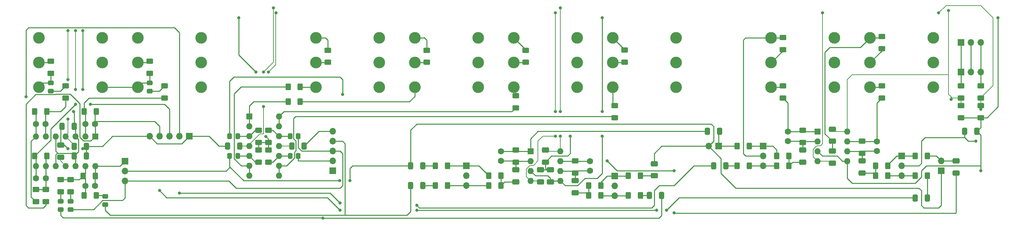
<source format=gbr>
%TF.GenerationSoftware,KiCad,Pcbnew,(6.0.10)*%
%TF.CreationDate,2023-04-08T13:18:27+03:00*%
%TF.ProjectId,DelSol_Mixer,44656c53-6f6c-45f4-9d69-7865722e6b69,rev?*%
%TF.SameCoordinates,Original*%
%TF.FileFunction,Copper,L2,Bot*%
%TF.FilePolarity,Positive*%
%FSLAX46Y46*%
G04 Gerber Fmt 4.6, Leading zero omitted, Abs format (unit mm)*
G04 Created by KiCad (PCBNEW (6.0.10)) date 2023-04-08 13:18:27*
%MOMM*%
%LPD*%
G01*
G04 APERTURE LIST*
G04 Aperture macros list*
%AMRoundRect*
0 Rectangle with rounded corners*
0 $1 Rounding radius*
0 $2 $3 $4 $5 $6 $7 $8 $9 X,Y pos of 4 corners*
0 Add a 4 corners polygon primitive as box body*
4,1,4,$2,$3,$4,$5,$6,$7,$8,$9,$2,$3,0*
0 Add four circle primitives for the rounded corners*
1,1,$1+$1,$2,$3*
1,1,$1+$1,$4,$5*
1,1,$1+$1,$6,$7*
1,1,$1+$1,$8,$9*
0 Add four rect primitives between the rounded corners*
20,1,$1+$1,$2,$3,$4,$5,0*
20,1,$1+$1,$4,$5,$6,$7,0*
20,1,$1+$1,$6,$7,$8,$9,0*
20,1,$1+$1,$8,$9,$2,$3,0*%
G04 Aperture macros list end*
%TA.AperFunction,ComponentPad*%
%ADD10R,1.700000X1.700000*%
%TD*%
%TA.AperFunction,ComponentPad*%
%ADD11O,1.700000X1.700000*%
%TD*%
%TA.AperFunction,ComponentPad*%
%ADD12C,3.000000*%
%TD*%
%TA.AperFunction,ComponentPad*%
%ADD13C,1.600000*%
%TD*%
%TA.AperFunction,ComponentPad*%
%ADD14R,1.600000X1.600000*%
%TD*%
%TA.AperFunction,ComponentPad*%
%ADD15O,1.600000X1.600000*%
%TD*%
%TA.AperFunction,SMDPad,CuDef*%
%ADD16RoundRect,0.250000X0.625000X-0.400000X0.625000X0.400000X-0.625000X0.400000X-0.625000X-0.400000X0*%
%TD*%
%TA.AperFunction,SMDPad,CuDef*%
%ADD17RoundRect,0.250000X-0.625000X0.400000X-0.625000X-0.400000X0.625000X-0.400000X0.625000X0.400000X0*%
%TD*%
%TA.AperFunction,SMDPad,CuDef*%
%ADD18RoundRect,0.250000X-0.412500X-0.650000X0.412500X-0.650000X0.412500X0.650000X-0.412500X0.650000X0*%
%TD*%
%TA.AperFunction,SMDPad,CuDef*%
%ADD19RoundRect,0.250000X0.475000X-0.337500X0.475000X0.337500X-0.475000X0.337500X-0.475000X-0.337500X0*%
%TD*%
%TA.AperFunction,SMDPad,CuDef*%
%ADD20RoundRect,0.250000X-0.400000X-0.625000X0.400000X-0.625000X0.400000X0.625000X-0.400000X0.625000X0*%
%TD*%
%TA.AperFunction,SMDPad,CuDef*%
%ADD21RoundRect,0.250000X-0.337500X-0.475000X0.337500X-0.475000X0.337500X0.475000X-0.337500X0.475000X0*%
%TD*%
%TA.AperFunction,SMDPad,CuDef*%
%ADD22RoundRect,0.250000X0.400000X0.625000X-0.400000X0.625000X-0.400000X-0.625000X0.400000X-0.625000X0*%
%TD*%
%TA.AperFunction,SMDPad,CuDef*%
%ADD23RoundRect,0.250000X-0.650000X0.412500X-0.650000X-0.412500X0.650000X-0.412500X0.650000X0.412500X0*%
%TD*%
%TA.AperFunction,SMDPad,CuDef*%
%ADD24RoundRect,0.250000X0.650000X-0.412500X0.650000X0.412500X-0.650000X0.412500X-0.650000X-0.412500X0*%
%TD*%
%TA.AperFunction,SMDPad,CuDef*%
%ADD25RoundRect,0.250000X0.337500X0.475000X-0.337500X0.475000X-0.337500X-0.475000X0.337500X-0.475000X0*%
%TD*%
%TA.AperFunction,SMDPad,CuDef*%
%ADD26RoundRect,0.250000X0.412500X0.650000X-0.412500X0.650000X-0.412500X-0.650000X0.412500X-0.650000X0*%
%TD*%
%TA.AperFunction,ViaPad*%
%ADD27C,0.800000*%
%TD*%
%TA.AperFunction,Conductor*%
%ADD28C,0.250000*%
%TD*%
%TA.AperFunction,Conductor*%
%ADD29C,0.200000*%
%TD*%
G04 APERTURE END LIST*
D10*
X238760000Y-52070000D03*
D11*
X238760000Y-54610000D03*
X238760000Y-57150000D03*
D12*
X88405000Y-28025000D03*
X104635000Y-28025000D03*
X88405000Y-21675000D03*
X104635000Y-21675000D03*
X88405000Y-34375000D03*
X104635000Y-34375000D03*
D10*
X127000000Y-54610000D03*
D11*
X127000000Y-57150000D03*
X127000000Y-59690000D03*
D10*
X254000000Y-22860000D03*
D11*
X256540000Y-22860000D03*
X259080000Y-22860000D03*
D12*
X230645000Y-28025000D03*
X246875000Y-28025000D03*
X230645000Y-21675000D03*
X246875000Y-21675000D03*
X230645000Y-34375000D03*
X246875000Y-34375000D03*
X139205000Y-28025000D03*
X155435000Y-28025000D03*
X139205000Y-21675000D03*
X155435000Y-21675000D03*
X139205000Y-34375000D03*
X155435000Y-34375000D03*
D13*
X135890000Y-53340000D03*
X135890000Y-50840000D03*
D12*
X205245000Y-28025000D03*
X221475000Y-28025000D03*
X205245000Y-21675000D03*
X221475000Y-21675000D03*
X205245000Y-34375000D03*
X221475000Y-34375000D03*
D10*
X55875000Y-46990000D03*
D11*
X53335000Y-46990000D03*
X50795000Y-46990000D03*
X48255000Y-46990000D03*
X45715000Y-46990000D03*
D13*
X209550000Y-48260000D03*
X209550000Y-45760000D03*
D12*
X17285000Y-28025000D03*
X33515000Y-28025000D03*
X17285000Y-21675000D03*
X33515000Y-21675000D03*
X17285000Y-34375000D03*
X33515000Y-34375000D03*
D13*
X29210000Y-43815000D03*
X31710000Y-43815000D03*
D10*
X191770000Y-49530000D03*
D11*
X189230000Y-49530000D03*
D10*
X248920000Y-55880000D03*
D11*
X248920000Y-53340000D03*
D12*
X164605000Y-28025000D03*
X180835000Y-28025000D03*
X164605000Y-21675000D03*
X180835000Y-21675000D03*
X164605000Y-34375000D03*
X180835000Y-34375000D03*
D13*
X29215000Y-59700000D03*
X31715000Y-59700000D03*
D12*
X42685000Y-28025000D03*
X58915000Y-28025000D03*
X42685000Y-21675000D03*
X58915000Y-21675000D03*
X42685000Y-34375000D03*
X58915000Y-34375000D03*
D10*
X39370000Y-53355000D03*
D11*
X39370000Y-55895000D03*
X39370000Y-58435000D03*
D14*
X217180000Y-45730000D03*
D15*
X217180000Y-48270000D03*
X217180000Y-50810000D03*
X217180000Y-53350000D03*
X224800000Y-53350000D03*
X224800000Y-50810000D03*
X224800000Y-48270000D03*
X224800000Y-45730000D03*
D10*
X203200000Y-49530000D03*
D11*
X203200000Y-52070000D03*
X203200000Y-54610000D03*
D14*
X71300000Y-41910000D03*
D15*
X71300000Y-44450000D03*
X71300000Y-46990000D03*
X71300000Y-49530000D03*
X71300000Y-52070000D03*
X71300000Y-54610000D03*
X71300000Y-57150000D03*
X78920000Y-57150000D03*
X78920000Y-54610000D03*
X78920000Y-52070000D03*
X78920000Y-49530000D03*
X78920000Y-46990000D03*
X78920000Y-44450000D03*
X78920000Y-41910000D03*
D14*
X143520000Y-50810000D03*
D15*
X143520000Y-53350000D03*
X143520000Y-55890000D03*
X143520000Y-58430000D03*
X151140000Y-58430000D03*
X151140000Y-55890000D03*
X151140000Y-53350000D03*
X151140000Y-50810000D03*
D13*
X158750000Y-55880000D03*
X158750000Y-53380000D03*
D10*
X254000000Y-30480000D03*
D11*
X256540000Y-30480000D03*
X259080000Y-30480000D03*
D14*
X31755000Y-47000000D03*
D15*
X29215000Y-47000000D03*
X26675000Y-47000000D03*
X24135000Y-47000000D03*
X21595000Y-47000000D03*
X19055000Y-47000000D03*
X16515000Y-47000000D03*
X16515000Y-54620000D03*
X19055000Y-54620000D03*
X21595000Y-54620000D03*
X24135000Y-54620000D03*
X26675000Y-54620000D03*
X29215000Y-54620000D03*
X31755000Y-54620000D03*
D13*
X232410000Y-50800000D03*
X232410000Y-48300000D03*
D10*
X165100000Y-57165000D03*
D11*
X165100000Y-59705000D03*
X165100000Y-62245000D03*
D13*
X19050000Y-57785000D03*
X16550000Y-57785000D03*
D10*
X92710000Y-55880000D03*
D11*
X92710000Y-53340000D03*
X92710000Y-50800000D03*
X92710000Y-48260000D03*
X92710000Y-45720000D03*
D12*
X113805000Y-28025000D03*
X130035000Y-28025000D03*
X113805000Y-21675000D03*
X130035000Y-21675000D03*
X113805000Y-34375000D03*
X130035000Y-34375000D03*
D13*
X19030000Y-43815000D03*
X16530000Y-43815000D03*
D16*
X16510000Y-63790000D03*
X16510000Y-60690000D03*
D17*
X254000000Y-34010000D03*
X254000000Y-37110000D03*
D18*
X112737500Y-54610000D03*
X115862500Y-54610000D03*
D16*
X139700000Y-53620000D03*
X139700000Y-50520000D03*
D18*
X242277500Y-62865000D03*
X245402500Y-62865000D03*
D19*
X34290000Y-64537500D03*
X34290000Y-62462500D03*
D20*
X119100000Y-54610000D03*
X122200000Y-54610000D03*
D21*
X66272500Y-46990000D03*
X68347500Y-46990000D03*
D17*
X91440000Y-24840000D03*
X91440000Y-27940000D03*
D16*
X22860000Y-61240000D03*
X22860000Y-58140000D03*
D22*
X235230000Y-54610000D03*
X232130000Y-54610000D03*
D18*
X190500000Y-54610000D03*
X193625000Y-54610000D03*
D23*
X175260000Y-54025000D03*
X175260000Y-57150000D03*
D24*
X154940000Y-61545000D03*
X154940000Y-58420000D03*
D19*
X25400000Y-65807500D03*
X25400000Y-63732500D03*
D17*
X259080000Y-39090000D03*
X259080000Y-42190000D03*
X76200000Y-45440000D03*
X76200000Y-48540000D03*
D20*
X119100000Y-59690000D03*
X122200000Y-59690000D03*
D16*
X233680000Y-37110000D03*
X233680000Y-34010000D03*
D22*
X161570000Y-62230000D03*
X158470000Y-62230000D03*
D23*
X220980000Y-50800000D03*
X220980000Y-53925000D03*
D16*
X228600000Y-51360000D03*
X228600000Y-48260000D03*
X25400000Y-61240000D03*
X25400000Y-58140000D03*
D17*
X208280000Y-21590000D03*
X208280000Y-24690000D03*
X49530000Y-34010000D03*
X49530000Y-37110000D03*
D22*
X161570000Y-59690000D03*
X158470000Y-59690000D03*
D17*
X142240000Y-24840000D03*
X142240000Y-27940000D03*
D18*
X188937500Y-45720000D03*
X192062500Y-45720000D03*
D17*
X116840000Y-24840000D03*
X116840000Y-27940000D03*
D23*
X147320000Y-50507500D03*
X147320000Y-53632500D03*
D16*
X73660000Y-53620000D03*
X73660000Y-50520000D03*
D22*
X235230000Y-57150000D03*
X232130000Y-57150000D03*
D17*
X73660000Y-45440000D03*
X73660000Y-48540000D03*
X233680000Y-21310000D03*
X233680000Y-24410000D03*
D20*
X206730000Y-52070000D03*
X209830000Y-52070000D03*
D17*
X167640000Y-24790000D03*
X167640000Y-27890000D03*
D25*
X83857500Y-52070000D03*
X81782500Y-52070000D03*
D22*
X171730000Y-57150000D03*
X168630000Y-57150000D03*
D20*
X81280000Y-34290000D03*
X84380000Y-34290000D03*
D18*
X26377500Y-49540000D03*
X29502500Y-49540000D03*
D24*
X228600000Y-56465000D03*
X228600000Y-53340000D03*
D20*
X28930000Y-40640000D03*
X32030000Y-40640000D03*
D22*
X245390000Y-52070000D03*
X242290000Y-52070000D03*
X19330000Y-40640000D03*
X16230000Y-40640000D03*
D17*
X259080000Y-34010000D03*
X259080000Y-37110000D03*
D22*
X19330000Y-52070000D03*
X16230000Y-52070000D03*
D19*
X45720000Y-35327500D03*
X45720000Y-33252500D03*
D18*
X112737500Y-59690000D03*
X115862500Y-59690000D03*
D20*
X206730000Y-54610000D03*
X209830000Y-54610000D03*
D16*
X208280000Y-37110000D03*
X208280000Y-34010000D03*
D23*
X220980000Y-45135000D03*
X220980000Y-48260000D03*
D25*
X83857500Y-46990000D03*
X81782500Y-46990000D03*
D20*
X132790000Y-57150000D03*
X135890000Y-57150000D03*
X196570000Y-49530000D03*
X199670000Y-49530000D03*
D17*
X45720000Y-27660000D03*
X45720000Y-30760000D03*
D26*
X68872500Y-49530000D03*
X65747500Y-49530000D03*
X177115000Y-62230000D03*
X173990000Y-62230000D03*
D23*
X148590000Y-55587500D03*
X148590000Y-58712500D03*
D16*
X19055000Y-63790000D03*
X19055000Y-60690000D03*
D23*
X22860000Y-49237500D03*
X22860000Y-52362500D03*
D20*
X196570000Y-54610000D03*
X199670000Y-54610000D03*
D16*
X76200000Y-53620000D03*
X76200000Y-50520000D03*
D22*
X171730000Y-62230000D03*
X168630000Y-62230000D03*
D17*
X24130000Y-34010000D03*
X24130000Y-37110000D03*
D26*
X29502500Y-52070000D03*
X26377500Y-52070000D03*
D24*
X139700000Y-58712500D03*
X139700000Y-55587500D03*
D16*
X139700000Y-39650000D03*
X139700000Y-36550000D03*
D18*
X23202500Y-44450000D03*
X26327500Y-44450000D03*
D16*
X213360000Y-48540000D03*
X213360000Y-45440000D03*
D20*
X132790000Y-59690000D03*
X135890000Y-59690000D03*
D22*
X245390000Y-57150000D03*
X242290000Y-57150000D03*
D26*
X85382500Y-49530000D03*
X82257500Y-49530000D03*
D17*
X20320000Y-27660000D03*
X20320000Y-30760000D03*
D22*
X32030000Y-62230000D03*
X28930000Y-62230000D03*
D23*
X146050000Y-55587500D03*
X146050000Y-58712500D03*
D20*
X81280000Y-38100000D03*
X84380000Y-38100000D03*
X28650000Y-57160000D03*
X31750000Y-57160000D03*
D19*
X20320000Y-35327500D03*
X20320000Y-33252500D03*
D16*
X154940000Y-56440000D03*
X154940000Y-53340000D03*
D24*
X213360000Y-53632500D03*
X213360000Y-50507500D03*
D16*
X165100000Y-42190000D03*
X165100000Y-39090000D03*
D17*
X254000000Y-39090000D03*
X254000000Y-42190000D03*
D24*
X252730000Y-56465000D03*
X252730000Y-53340000D03*
D19*
X22860000Y-65807500D03*
X22860000Y-63732500D03*
D26*
X258102500Y-45720000D03*
X254977500Y-45720000D03*
D21*
X66272500Y-52070000D03*
X68347500Y-52070000D03*
D27*
X24765000Y-50165000D03*
X28575000Y-50165000D03*
X153670000Y-46990000D03*
X257810000Y-48260000D03*
X68580000Y-16510000D03*
X161925000Y-40640000D03*
X73025000Y-30480000D03*
X28575000Y-19774500D03*
X75527015Y-47000768D03*
X161925000Y-46990000D03*
X161925000Y-16510000D03*
X26164500Y-40640000D03*
X28575000Y-34925000D03*
X263525000Y-16510000D03*
X259080000Y-55880000D03*
X94525500Y-58420000D03*
X97155000Y-58420000D03*
X180340000Y-55880000D03*
X180340000Y-66675000D03*
X163195000Y-53340000D03*
X90170000Y-68034500D03*
X94615000Y-66040000D03*
X48260000Y-60960000D03*
X175895000Y-66040000D03*
X114300000Y-66040000D03*
X178435000Y-66040000D03*
X95250000Y-36195000D03*
X94615000Y-64135000D03*
X13970000Y-36830000D03*
X114300000Y-64770000D03*
X53340000Y-61595000D03*
X250825000Y-14605000D03*
X74930000Y-30480000D03*
X74930000Y-39370000D03*
X24765000Y-32385000D03*
X151130000Y-40640000D03*
X151130000Y-46990000D03*
X151130000Y-13970000D03*
X77470000Y-13970000D03*
X24765000Y-19774500D03*
X251460000Y-37465000D03*
X24765000Y-42545000D03*
X259080000Y-40005000D03*
X149860000Y-15240000D03*
X149860000Y-46990000D03*
X78169500Y-15240000D03*
X218440000Y-15240000D03*
X149860000Y-40640000D03*
X26670000Y-34925000D03*
X26670000Y-19774500D03*
X76200000Y-30480000D03*
X248285000Y-15240000D03*
X26670000Y-38735000D03*
X30480000Y-38735000D03*
D28*
X198120000Y-51435000D02*
X198120000Y-22225000D01*
X243840000Y-48260000D02*
X244767500Y-47332500D01*
X254977500Y-45720000D02*
X254977500Y-47332500D01*
X228190000Y-24130000D02*
X230645000Y-21675000D01*
X45355000Y-28025000D02*
X42685000Y-28025000D01*
X22860000Y-49237500D02*
X23837500Y-49237500D01*
X33645000Y-49540000D02*
X29502500Y-49540000D01*
X91440000Y-24840000D02*
X91440000Y-22225000D01*
X28877500Y-50165000D02*
X29502500Y-49540000D01*
X139205000Y-21675000D02*
X142240000Y-24710000D01*
X146050000Y-55587500D02*
X147662500Y-55587500D01*
X142240000Y-24710000D02*
X142240000Y-24840000D01*
X53970000Y-48895000D02*
X55875000Y-46990000D01*
X255905000Y-48260000D02*
X257810000Y-48260000D01*
X22860000Y-49237500D02*
X22860000Y-44792500D01*
X19955000Y-28025000D02*
X17285000Y-28025000D01*
X116840000Y-24840000D02*
X116840000Y-22225000D01*
X208195000Y-21675000D02*
X208280000Y-21590000D01*
X45715000Y-46990000D02*
X47620000Y-48895000D01*
X116840000Y-22225000D02*
X116205000Y-21590000D01*
X65747500Y-49530000D02*
X63500000Y-49530000D01*
X36195000Y-46990000D02*
X33645000Y-49540000D01*
X29502500Y-52070000D02*
X29502500Y-49540000D01*
X219075000Y-25400000D02*
X220345000Y-24130000D01*
X238760000Y-54610000D02*
X243205000Y-54610000D01*
X28575000Y-50165000D02*
X28877500Y-50165000D01*
X230645000Y-21675000D02*
X233315000Y-21675000D01*
X116205000Y-21590000D02*
X116120000Y-21675000D01*
X116120000Y-21675000D02*
X113805000Y-21675000D01*
X147320000Y-55245000D02*
X147662500Y-55587500D01*
X45720000Y-27660000D02*
X45355000Y-28025000D01*
X220980000Y-50800000D02*
X220980000Y-48260000D01*
X47620000Y-48895000D02*
X53970000Y-48895000D01*
X167640000Y-24710000D02*
X167640000Y-24790000D01*
X153035000Y-52070000D02*
X153670000Y-51435000D01*
X90890000Y-21675000D02*
X88405000Y-21675000D01*
X89192500Y-45720000D02*
X92710000Y-45720000D01*
X20320000Y-27660000D02*
X19955000Y-28025000D01*
X198755000Y-52070000D02*
X198120000Y-51435000D01*
X244767500Y-47332500D02*
X254977500Y-47332500D01*
X220980000Y-48260000D02*
X219075000Y-46355000D01*
X45715000Y-46990000D02*
X36195000Y-46990000D01*
X60960000Y-46990000D02*
X55875000Y-46990000D01*
X148882500Y-52070000D02*
X153035000Y-52070000D01*
X220345000Y-24130000D02*
X228190000Y-24130000D01*
X233315000Y-21675000D02*
X233680000Y-21310000D01*
X153670000Y-51435000D02*
X153670000Y-46990000D01*
X23837500Y-49237500D02*
X24765000Y-50165000D01*
X91440000Y-22225000D02*
X90890000Y-21675000D01*
X147662500Y-55587500D02*
X148590000Y-55587500D01*
X243840000Y-53975000D02*
X243840000Y-48260000D01*
X147320000Y-53632500D02*
X148882500Y-52070000D01*
X205245000Y-21675000D02*
X208195000Y-21675000D01*
X254977500Y-47332500D02*
X255905000Y-48260000D01*
X63500000Y-49530000D02*
X60960000Y-46990000D01*
X219075000Y-46355000D02*
X219075000Y-25400000D01*
X147320000Y-53632500D02*
X147320000Y-55245000D01*
X203200000Y-52070000D02*
X198755000Y-52070000D01*
X164605000Y-21675000D02*
X167640000Y-24710000D01*
X243205000Y-54610000D02*
X243840000Y-53975000D01*
X256540000Y-22860000D02*
X256540000Y-30480000D01*
X198670000Y-21675000D02*
X205245000Y-21675000D01*
X85382500Y-49530000D02*
X89192500Y-45720000D01*
X22860000Y-44792500D02*
X23202500Y-44450000D01*
X198120000Y-22225000D02*
X198670000Y-21675000D01*
X222250000Y-52070000D02*
X223530000Y-53350000D01*
X259080000Y-42190000D02*
X260705000Y-42190000D01*
X25682500Y-51375000D02*
X26377500Y-52070000D01*
X26675000Y-52367500D02*
X26377500Y-52070000D01*
X21595000Y-51751827D02*
X21971827Y-51375000D01*
X73025000Y-30480000D02*
X68580000Y-26035000D01*
X245110000Y-54610000D02*
X259080000Y-54610000D01*
X28575000Y-34925000D02*
X28575000Y-19774500D01*
X76200000Y-48540000D02*
X76200000Y-50520000D01*
X151140000Y-58430000D02*
X152400000Y-59690000D01*
X21595000Y-54620000D02*
X21595000Y-51751827D01*
X263525000Y-39370000D02*
X263525000Y-16510000D01*
X259080000Y-44742500D02*
X258102500Y-45720000D01*
X254000000Y-42190000D02*
X259080000Y-42190000D01*
X76200000Y-48540000D02*
X76200000Y-47673753D01*
X223530000Y-53350000D02*
X224800000Y-53350000D01*
X226060000Y-59055000D02*
X242223173Y-59055000D01*
X152400000Y-59690000D02*
X155575000Y-59690000D01*
X161925000Y-40640000D02*
X161925000Y-16510000D01*
X148872500Y-58430000D02*
X148590000Y-58712500D01*
X26675000Y-47000000D02*
X27474999Y-47799999D01*
X151140000Y-58430000D02*
X148872500Y-58430000D01*
X27474999Y-47799999D02*
X27474999Y-50972501D01*
X76200000Y-47673753D02*
X75527015Y-47000768D01*
X217180000Y-50810000D02*
X218440000Y-52070000D01*
X224800000Y-57795000D02*
X226060000Y-59055000D01*
X143520000Y-55890000D02*
X144780000Y-57150000D01*
X73660000Y-48540000D02*
X76200000Y-48540000D01*
X259080000Y-46697500D02*
X259080000Y-54610000D01*
X22165000Y-51375000D02*
X25682500Y-51375000D01*
X27474999Y-50972501D02*
X26377500Y-52070000D01*
X260705000Y-42190000D02*
X263525000Y-39370000D01*
X157480000Y-57785000D02*
X160655000Y-57785000D01*
X242223173Y-59055000D02*
X243840000Y-57438173D01*
X26675000Y-44797500D02*
X26327500Y-44450000D01*
X218440000Y-52070000D02*
X222250000Y-52070000D01*
X26675000Y-47000000D02*
X26675000Y-44797500D01*
X259080000Y-54610000D02*
X259080000Y-55880000D01*
X26327500Y-44450000D02*
X26327500Y-40803000D01*
X224800000Y-53350000D02*
X224800000Y-57795000D01*
X258102500Y-45720000D02*
X259080000Y-46697500D01*
X73660000Y-50520000D02*
X73660000Y-48540000D01*
X21971827Y-51375000D02*
X22165000Y-51375000D01*
X243840000Y-57438173D02*
X243840000Y-55880000D01*
X21595000Y-50805000D02*
X22165000Y-51375000D01*
X155575000Y-59690000D02*
X157480000Y-57785000D01*
X243840000Y-55880000D02*
X245110000Y-54610000D01*
X26675000Y-54620000D02*
X26675000Y-52367500D01*
X161925000Y-56515000D02*
X161925000Y-54610000D01*
X68580000Y-26035000D02*
X68580000Y-16510000D01*
X148590000Y-57785000D02*
X148590000Y-58712500D01*
X144780000Y-57150000D02*
X147955000Y-57150000D01*
X26327500Y-40803000D02*
X26164500Y-40640000D01*
X160655000Y-57785000D02*
X161925000Y-56515000D01*
X161925000Y-54610000D02*
X161925000Y-46990000D01*
X259080000Y-42190000D02*
X259080000Y-44742500D01*
X21595000Y-47000000D02*
X21595000Y-50805000D01*
X147955000Y-57150000D02*
X148590000Y-57785000D01*
X189230000Y-49530000D02*
X177165000Y-49530000D01*
X243840000Y-64770000D02*
X244475000Y-65405000D01*
X112737500Y-45377500D02*
X112737500Y-54610000D01*
X192405000Y-52705000D02*
X192405000Y-56515000D01*
X66272500Y-54842500D02*
X66272500Y-52070000D01*
X190500000Y-48260000D02*
X190500000Y-44450000D01*
X244475000Y-65405000D02*
X248285000Y-65405000D01*
X192405000Y-56515000D02*
X196215000Y-60325000D01*
X189230000Y-49530000D02*
X190500000Y-48260000D01*
X175260000Y-51435000D02*
X175260000Y-54025000D01*
X248285000Y-65405000D02*
X248920000Y-64770000D01*
X65390000Y-55895000D02*
X66272500Y-55012500D01*
X243840000Y-60960000D02*
X243840000Y-64770000D01*
X243205000Y-60325000D02*
X243840000Y-60960000D01*
X66272500Y-55012500D02*
X66272500Y-54842500D01*
X97155000Y-55245000D02*
X97155000Y-58420000D01*
X177165000Y-49530000D02*
X175260000Y-51435000D01*
X69850000Y-58420000D02*
X66272500Y-54842500D01*
X112737500Y-54610000D02*
X97790000Y-54610000D01*
X94525500Y-58420000D02*
X69850000Y-58420000D01*
X189230000Y-49530000D02*
X192405000Y-52705000D01*
X248920000Y-64770000D02*
X248920000Y-55880000D01*
X196215000Y-60325000D02*
X243205000Y-60325000D01*
X39370000Y-55895000D02*
X65390000Y-55895000D01*
X114300000Y-43815000D02*
X112737500Y-45377500D01*
X190500000Y-44450000D02*
X189865000Y-43815000D01*
X189865000Y-43815000D02*
X114300000Y-43815000D01*
X97790000Y-54610000D02*
X97155000Y-55245000D01*
X171730000Y-57150000D02*
X175260000Y-57150000D01*
X180340000Y-55880000D02*
X165735000Y-55880000D01*
X154930000Y-53350000D02*
X154940000Y-53340000D01*
X252730000Y-66675000D02*
X252659999Y-66745001D01*
X151140000Y-53350000D02*
X154930000Y-53350000D01*
X252659999Y-66745001D02*
X180410001Y-66745001D01*
X154980000Y-53380000D02*
X154940000Y-53340000D01*
X252730000Y-56465000D02*
X252730000Y-66675000D01*
X180410001Y-66745001D02*
X180340000Y-66675000D01*
X158750000Y-53380000D02*
X154980000Y-53380000D01*
X165735000Y-55880000D02*
X163195000Y-53340000D01*
X247650000Y-52070000D02*
X245390000Y-52070000D01*
X248920000Y-53340000D02*
X252730000Y-53340000D01*
X248920000Y-53340000D02*
X247650000Y-52070000D01*
X177115000Y-67360000D02*
X176440500Y-68034500D01*
X90080500Y-67945000D02*
X23495000Y-67945000D01*
X22860000Y-67310000D02*
X22860000Y-65807500D01*
X83857500Y-53302500D02*
X83857500Y-52070000D01*
X177115000Y-62230000D02*
X177115000Y-67360000D01*
X90170000Y-68034500D02*
X90080500Y-67945000D01*
X83895000Y-53340000D02*
X83857500Y-53302500D01*
X92710000Y-53340000D02*
X83895000Y-53340000D01*
X23495000Y-67945000D02*
X22860000Y-67310000D01*
X176440500Y-68034500D02*
X90170000Y-68034500D01*
X171730000Y-62230000D02*
X173990000Y-62230000D01*
X154940000Y-61545000D02*
X157785000Y-61545000D01*
X157785000Y-61545000D02*
X158470000Y-62230000D01*
X158470000Y-62230000D02*
X158470000Y-59690000D01*
X151140000Y-55890000D02*
X154390000Y-55890000D01*
X154940000Y-58420000D02*
X154940000Y-56440000D01*
X158750000Y-55880000D02*
X155500000Y-55880000D01*
X154390000Y-55890000D02*
X154940000Y-56440000D01*
X155500000Y-55880000D02*
X154940000Y-56440000D01*
X48255000Y-46990000D02*
X48255000Y-44445000D01*
X27800000Y-47175991D02*
X27800000Y-38595000D01*
X175895000Y-66040000D02*
X114300000Y-66040000D01*
X32030000Y-40640000D02*
X31710000Y-40960000D01*
X94615000Y-66040000D02*
X91369999Y-62794999D01*
X28749009Y-48125000D02*
X27800000Y-47175991D01*
X181680001Y-62794999D02*
X178435000Y-66040000D01*
X21545000Y-36240000D02*
X16465000Y-36240000D01*
X31755000Y-43225000D02*
X31710000Y-43180000D01*
X31710000Y-43815000D02*
X31710000Y-43180000D01*
X242277500Y-62865000D02*
X242207499Y-62794999D01*
X31755000Y-47000000D02*
X31755000Y-43860000D01*
X21650000Y-36135000D02*
X21545000Y-36240000D01*
X48255000Y-44445000D02*
X46990000Y-43180000D01*
X31710000Y-40960000D02*
X31710000Y-43815000D01*
X46990000Y-43180000D02*
X31710000Y-43180000D01*
X30630000Y-48125000D02*
X28749009Y-48125000D01*
X14605000Y-65405000D02*
X18415000Y-65405000D01*
X27800000Y-38595000D02*
X25340000Y-36135000D01*
X13970000Y-38735000D02*
X13970000Y-64770000D01*
X31755000Y-47000000D02*
X30630000Y-48125000D01*
X31755000Y-43860000D02*
X31710000Y-43815000D01*
X242207499Y-62794999D02*
X181680001Y-62794999D01*
X13970000Y-64770000D02*
X14605000Y-65405000D01*
X91369999Y-62794999D02*
X50094999Y-62794999D01*
X19055000Y-64765000D02*
X19055000Y-63790000D01*
X25340000Y-36135000D02*
X21650000Y-36135000D01*
X16465000Y-36240000D02*
X13970000Y-38735000D01*
X18415000Y-65405000D02*
X19055000Y-64765000D01*
X50094999Y-62794999D02*
X48260000Y-60960000D01*
X245402500Y-62865000D02*
X245390000Y-62852500D01*
X245390000Y-62852500D02*
X245390000Y-57150000D01*
X232130000Y-57150000D02*
X232130000Y-54610000D01*
X228600000Y-56465000D02*
X231445000Y-56465000D01*
X231445000Y-56465000D02*
X232130000Y-57150000D01*
X228600000Y-53340000D02*
X228600000Y-51360000D01*
X232410000Y-50800000D02*
X229160000Y-50800000D01*
X228050000Y-50810000D02*
X228600000Y-51360000D01*
X229160000Y-50800000D02*
X228600000Y-51360000D01*
X224800000Y-50810000D02*
X228050000Y-50810000D01*
X232410000Y-48300000D02*
X232410000Y-38380000D01*
X228640000Y-48300000D02*
X232410000Y-48300000D01*
X228600000Y-48260000D02*
X228640000Y-48300000D01*
X228590000Y-48270000D02*
X228600000Y-48260000D01*
X224800000Y-48270000D02*
X228590000Y-48270000D01*
X232410000Y-38380000D02*
X233680000Y-37110000D01*
X48212500Y-35327500D02*
X49530000Y-34010000D01*
X45720000Y-35327500D02*
X48212500Y-35327500D01*
X33515000Y-34375000D02*
X42685000Y-34375000D01*
X43807500Y-33252500D02*
X42685000Y-34375000D01*
X45720000Y-33252500D02*
X43807500Y-33252500D01*
X45720000Y-33252500D02*
X45720000Y-30760000D01*
X29215000Y-47000000D02*
X29215000Y-43820000D01*
X49530000Y-37110000D02*
X30200000Y-37110000D01*
X30200000Y-37110000D02*
X28930000Y-38380000D01*
X29210000Y-40920000D02*
X28930000Y-40640000D01*
X29210000Y-43815000D02*
X29210000Y-40920000D01*
X28930000Y-38380000D02*
X28930000Y-40640000D01*
X29215000Y-43820000D02*
X29210000Y-43815000D01*
X115862500Y-54610000D02*
X119100000Y-54610000D01*
X145415000Y-45720000D02*
X143520000Y-47615000D01*
X139380000Y-50840000D02*
X139700000Y-50520000D01*
X143520000Y-50810000D02*
X139990000Y-50810000D01*
X188937500Y-45720000D02*
X145415000Y-45720000D01*
X135890000Y-50840000D02*
X139380000Y-50840000D01*
X143520000Y-47615000D02*
X143520000Y-50810000D01*
X139990000Y-50810000D02*
X139700000Y-50520000D01*
X191770000Y-46012500D02*
X192062500Y-45720000D01*
X196570000Y-49530000D02*
X191770000Y-49530000D01*
X191770000Y-49530000D02*
X191770000Y-46012500D01*
X66272500Y-46990000D02*
X66272500Y-32787500D01*
X95885000Y-48895000D02*
X95885000Y-67310000D01*
X95885000Y-67310000D02*
X80645000Y-67310000D01*
X34290000Y-66040000D02*
X35560000Y-67310000D01*
X66272500Y-32787500D02*
X67310000Y-31750000D01*
X35560000Y-67310000D02*
X80555500Y-67310000D01*
X95250000Y-48260000D02*
X95885000Y-48895000D01*
X111760000Y-67310000D02*
X112737500Y-66332500D01*
X94615000Y-31750000D02*
X95250000Y-32385000D01*
X92710000Y-48260000D02*
X95250000Y-48260000D01*
X34290000Y-64537500D02*
X34290000Y-66040000D01*
X95885000Y-67310000D02*
X111760000Y-67310000D01*
X112737500Y-66332500D02*
X112737500Y-59690000D01*
X67310000Y-31750000D02*
X94615000Y-31750000D01*
X95250000Y-32385000D02*
X95250000Y-36195000D01*
X115862500Y-59690000D02*
X119100000Y-59690000D01*
X135890000Y-57150000D02*
X135890000Y-59690000D01*
X136867500Y-58712500D02*
X135890000Y-59690000D01*
X139700000Y-58712500D02*
X136867500Y-58712500D01*
X143520000Y-53350000D02*
X139970000Y-53350000D01*
X139700000Y-53620000D02*
X139700000Y-55587500D01*
X135890000Y-53340000D02*
X139420000Y-53340000D01*
X139420000Y-53340000D02*
X139700000Y-53620000D01*
X139970000Y-53350000D02*
X139700000Y-53620000D01*
X175260000Y-64770000D02*
X174625000Y-65405000D01*
X53335000Y-20315000D02*
X52070000Y-19050000D01*
X174625000Y-65405000D02*
X114935000Y-65405000D01*
X15310000Y-62590000D02*
X15310000Y-53835000D01*
X16230000Y-40640000D02*
X16530000Y-40940000D01*
X16530000Y-40940000D02*
X16530000Y-43815000D01*
X176530000Y-59690000D02*
X175260000Y-60960000D01*
X180340000Y-59690000D02*
X176530000Y-59690000D01*
X92075000Y-61595000D02*
X53340000Y-61595000D01*
X53335000Y-46990000D02*
X53335000Y-20315000D01*
X15255000Y-53780000D02*
X15255000Y-48260000D01*
X15310000Y-53835000D02*
X15255000Y-53780000D01*
X52070000Y-19050000D02*
X14605000Y-19050000D01*
X94615000Y-64135000D02*
X92075000Y-61595000D01*
X14605000Y-19050000D02*
X13970000Y-19685000D01*
X16230000Y-40640000D02*
X16550000Y-40960000D01*
X190500000Y-54610000D02*
X185420000Y-54610000D01*
X16510000Y-63790000D02*
X15310000Y-62590000D01*
X15255000Y-48260000D02*
X16515000Y-47000000D01*
X114935000Y-65405000D02*
X114300000Y-64770000D01*
X175260000Y-60960000D02*
X175260000Y-64770000D01*
X180975000Y-59055000D02*
X180340000Y-59690000D01*
X185420000Y-54610000D02*
X180975000Y-59055000D01*
X13970000Y-19685000D02*
X13970000Y-36830000D01*
X16515000Y-47000000D02*
X16515000Y-43830000D01*
X16515000Y-43830000D02*
X16530000Y-43815000D01*
X193625000Y-54610000D02*
X196570000Y-54610000D01*
X210807500Y-53632500D02*
X209830000Y-54610000D01*
X213360000Y-53632500D02*
X210807500Y-53632500D01*
X209830000Y-52070000D02*
X209830000Y-54610000D01*
X209550000Y-48260000D02*
X213080000Y-48260000D01*
X213080000Y-48260000D02*
X213360000Y-48540000D01*
X213360000Y-50507500D02*
X213360000Y-48540000D01*
X213630000Y-48270000D02*
X213360000Y-48540000D01*
X217180000Y-48270000D02*
X213630000Y-48270000D01*
X217180000Y-45730000D02*
X213650000Y-45730000D01*
X209550000Y-45760000D02*
X209550000Y-38380000D01*
X213040000Y-45760000D02*
X209550000Y-45760000D01*
X213650000Y-45730000D02*
X213360000Y-45440000D01*
X209550000Y-38380000D02*
X208280000Y-37110000D01*
X213360000Y-45440000D02*
X213040000Y-45760000D01*
X22812500Y-35327500D02*
X24130000Y-34010000D01*
X20320000Y-35327500D02*
X22812500Y-35327500D01*
X18407500Y-33252500D02*
X20320000Y-33252500D01*
X20320000Y-33252500D02*
X20320000Y-30760000D01*
X17285000Y-34375000D02*
X18407500Y-33252500D01*
X22860000Y-40640000D02*
X24130000Y-39370000D01*
X19330000Y-40640000D02*
X22860000Y-40640000D01*
X19030000Y-43815000D02*
X19030000Y-46975000D01*
X19030000Y-46975000D02*
X19055000Y-47000000D01*
X24130000Y-39370000D02*
X24130000Y-37110000D01*
X19030000Y-40940000D02*
X19030000Y-43815000D01*
X19330000Y-40640000D02*
X19030000Y-40940000D01*
X78920000Y-52070000D02*
X81782500Y-52070000D01*
X78920000Y-52070000D02*
X77370000Y-53620000D01*
X77370000Y-53620000D02*
X76200000Y-53620000D01*
X72850000Y-45440000D02*
X73660000Y-45440000D01*
X71300000Y-46990000D02*
X72850000Y-45440000D01*
X68347500Y-46990000D02*
X71300000Y-46990000D01*
X94615000Y-60325000D02*
X95250000Y-59690000D01*
X33655000Y-63500000D02*
X38735000Y-63500000D01*
X95250000Y-51435000D02*
X94615000Y-50800000D01*
X84776827Y-50800000D02*
X92710000Y-50800000D01*
X67945000Y-60325000D02*
X94615000Y-60325000D01*
X25400000Y-65807500D02*
X31347500Y-65807500D01*
X83857500Y-49880673D02*
X84776827Y-50800000D01*
X31347500Y-65807500D02*
X33655000Y-63500000D01*
X39370000Y-58435000D02*
X66055000Y-58435000D01*
X38735000Y-63500000D02*
X39370000Y-62865000D01*
X83857500Y-46990000D02*
X83857500Y-49880673D01*
X94615000Y-50800000D02*
X92710000Y-50800000D01*
X95250000Y-59690000D02*
X95250000Y-51435000D01*
X66055000Y-58435000D02*
X67945000Y-60325000D01*
X39370000Y-62865000D02*
X39370000Y-58435000D01*
X78920000Y-46990000D02*
X81782500Y-46990000D01*
X78920000Y-46990000D02*
X77370000Y-45440000D01*
X77370000Y-45440000D02*
X76200000Y-45440000D01*
X72850000Y-53620000D02*
X73660000Y-53620000D01*
X68347500Y-52070000D02*
X71300000Y-52070000D01*
X71300000Y-52070000D02*
X72850000Y-53620000D01*
X22860000Y-61240000D02*
X22860000Y-63732500D01*
X25400000Y-63732500D02*
X25400000Y-61240000D01*
X29215000Y-56595000D02*
X28650000Y-57160000D01*
X29215000Y-57725000D02*
X28650000Y-57160000D01*
X25400000Y-58140000D02*
X27670000Y-58140000D01*
X22860000Y-58140000D02*
X25400000Y-58140000D01*
X28930000Y-62230000D02*
X29215000Y-61945000D01*
X29215000Y-59700000D02*
X29215000Y-57725000D01*
X29215000Y-61945000D02*
X29215000Y-59700000D01*
X27670000Y-58140000D02*
X28650000Y-57160000D01*
X29215000Y-54620000D02*
X29215000Y-56595000D01*
X31715000Y-59700000D02*
X31715000Y-57195000D01*
X38105000Y-54620000D02*
X39370000Y-53355000D01*
X31715000Y-57195000D02*
X31750000Y-57160000D01*
X31755000Y-54620000D02*
X31755000Y-57155000D01*
X31755000Y-54620000D02*
X38105000Y-54620000D01*
X31755000Y-57155000D02*
X31750000Y-57160000D01*
X34057500Y-62230000D02*
X34290000Y-62462500D01*
X32030000Y-62230000D02*
X34057500Y-62230000D01*
D29*
X250825000Y-31115000D02*
X250825000Y-36195000D01*
X224800000Y-32375000D02*
X226060000Y-31115000D01*
X224800000Y-45730000D02*
X224800000Y-32375000D01*
X151140000Y-47000000D02*
X151130000Y-46990000D01*
X71300000Y-49097183D02*
X74007183Y-46390000D01*
X251460000Y-37465000D02*
X251460000Y-36830000D01*
X24765000Y-32385000D02*
X24765000Y-19774500D01*
X221575000Y-45730000D02*
X224800000Y-45730000D01*
X68872500Y-49530000D02*
X71300000Y-49530000D01*
X250825000Y-14605000D02*
X250825000Y-31115000D01*
X147320000Y-50507500D02*
X147622500Y-50810000D01*
X26377500Y-49242500D02*
X26377500Y-49540000D01*
X77470000Y-27940000D02*
X77470000Y-13970000D01*
X250825000Y-36195000D02*
X251460000Y-36830000D01*
X74894999Y-46390000D02*
X74930000Y-46354999D01*
X24135000Y-47000000D02*
X26377500Y-49242500D01*
X226060000Y-31115000D02*
X250825000Y-31115000D01*
X74930000Y-30480000D02*
X77470000Y-27940000D01*
X151130000Y-40640000D02*
X151130000Y-13970000D01*
X74007183Y-46390000D02*
X74894999Y-46390000D01*
X24135000Y-47000000D02*
X24765000Y-46370000D01*
X251460000Y-36830000D02*
X251740000Y-37110000D01*
X251740000Y-37110000D02*
X254000000Y-37110000D01*
X220980000Y-45135000D02*
X221575000Y-45730000D01*
X147622500Y-50810000D02*
X151140000Y-50810000D01*
X254000000Y-39090000D02*
X254000000Y-37110000D01*
X151140000Y-50810000D02*
X151140000Y-47000000D01*
X24765000Y-46370000D02*
X24765000Y-42545000D01*
X74930000Y-46354999D02*
X74930000Y-39370000D01*
X71300000Y-49530000D02*
X71300000Y-49097183D01*
X143520000Y-58430000D02*
X142420000Y-57330000D01*
X145415000Y-48260000D02*
X146685000Y-46990000D01*
X217965000Y-49370000D02*
X218440000Y-48895000D01*
X143520000Y-58430000D02*
X145767500Y-58430000D01*
X143404365Y-54450000D02*
X144305000Y-54450000D01*
X22860000Y-53345000D02*
X24135000Y-54620000D01*
X145415000Y-53340000D02*
X145415000Y-48260000D01*
X262255000Y-33935000D02*
X262255000Y-16510000D01*
X259080000Y-37110000D02*
X259360000Y-36830000D01*
X78920000Y-49530000D02*
X82257500Y-49530000D01*
X76200000Y-30480000D02*
X78105000Y-28575000D01*
X259080000Y-40005000D02*
X259080000Y-39090000D01*
X144305000Y-54450000D02*
X145415000Y-53340000D01*
X259080000Y-13335000D02*
X250190000Y-13335000D01*
X262255000Y-16510000D02*
X261620000Y-15875000D01*
X142420000Y-57330000D02*
X142420000Y-55434365D01*
X217064365Y-49370000D02*
X217965000Y-49370000D01*
X259080000Y-37110000D02*
X259080000Y-39090000D01*
X217180000Y-53350000D02*
X220405000Y-53350000D01*
X220405000Y-53350000D02*
X220980000Y-53925000D01*
X142420000Y-55434365D02*
X143404365Y-54450000D01*
X149860000Y-40640000D02*
X149860000Y-15240000D01*
X216080000Y-50354365D02*
X217064365Y-49370000D01*
X218440000Y-48895000D02*
X218440000Y-15240000D01*
X250190000Y-13335000D02*
X248285000Y-15240000D01*
X22860000Y-52362500D02*
X22860000Y-53345000D01*
X146685000Y-46990000D02*
X149860000Y-46990000D01*
X26670000Y-19774500D02*
X26670000Y-34925000D01*
X217180000Y-53350000D02*
X216080000Y-52250000D01*
X261620000Y-15875000D02*
X259080000Y-13335000D01*
X78105000Y-28575000D02*
X78105000Y-15304500D01*
X145767500Y-58430000D02*
X146050000Y-58712500D01*
X216080000Y-52250000D02*
X216080000Y-50354365D01*
X259360000Y-36830000D02*
X262255000Y-33935000D01*
X78105000Y-15304500D02*
X78169500Y-15240000D01*
D28*
X233680000Y-24410000D02*
X233680000Y-24990000D01*
X233680000Y-24990000D02*
X230645000Y-28025000D01*
X230645000Y-34375000D02*
X233315000Y-34375000D01*
X233315000Y-34375000D02*
X233680000Y-34010000D01*
X16550000Y-54655000D02*
X16515000Y-54620000D01*
X16230000Y-52070000D02*
X20320000Y-47980000D01*
X20320000Y-47980000D02*
X20320000Y-45085000D01*
X16550000Y-57785000D02*
X16550000Y-54655000D01*
X16515000Y-52355000D02*
X16230000Y-52070000D01*
X20320000Y-45085000D02*
X26670000Y-38735000D01*
X16515000Y-54620000D02*
X16515000Y-52355000D01*
X30480000Y-38735000D02*
X49530000Y-38735000D01*
X49530000Y-38735000D02*
X50795000Y-40000000D01*
X50795000Y-40000000D02*
X50795000Y-46990000D01*
X16555000Y-54660000D02*
X16515000Y-54620000D01*
X163180000Y-57165000D02*
X161570000Y-58775000D01*
X168615000Y-57165000D02*
X165100000Y-57165000D01*
X168630000Y-57150000D02*
X168615000Y-57165000D01*
X165100000Y-57165000D02*
X163180000Y-57165000D01*
X161570000Y-58775000D02*
X161570000Y-59690000D01*
X161585000Y-62245000D02*
X161570000Y-62230000D01*
X165100000Y-62245000D02*
X168615000Y-62245000D01*
X168615000Y-62245000D02*
X168630000Y-62230000D01*
X165100000Y-62245000D02*
X161585000Y-62245000D01*
X242290000Y-52070000D02*
X238760000Y-52070000D01*
X238760000Y-52070000D02*
X237490000Y-52070000D01*
X235230000Y-54330000D02*
X235230000Y-54610000D01*
X237490000Y-52070000D02*
X235230000Y-54330000D01*
X238760000Y-57150000D02*
X242290000Y-57150000D01*
X235230000Y-57150000D02*
X238760000Y-57150000D01*
X205245000Y-28025000D02*
X208280000Y-24990000D01*
X208280000Y-24990000D02*
X208280000Y-24690000D01*
X207915000Y-34375000D02*
X208280000Y-34010000D01*
X205245000Y-34375000D02*
X207915000Y-34375000D01*
X130250000Y-54610000D02*
X132790000Y-57150000D01*
X127000000Y-54610000D02*
X130250000Y-54610000D01*
X122200000Y-54610000D02*
X127000000Y-54610000D01*
X127000000Y-59690000D02*
X132790000Y-59690000D01*
X122200000Y-59690000D02*
X127000000Y-59690000D01*
X205740000Y-49530000D02*
X206730000Y-50520000D01*
X203200000Y-49530000D02*
X205740000Y-49530000D01*
X203200000Y-49530000D02*
X199670000Y-49530000D01*
X206730000Y-50520000D02*
X206730000Y-52070000D01*
X203200000Y-54610000D02*
X199670000Y-54610000D01*
X203200000Y-54610000D02*
X206730000Y-54610000D01*
X167505000Y-28025000D02*
X167640000Y-27890000D01*
X164605000Y-28025000D02*
X167505000Y-28025000D01*
X165100000Y-39090000D02*
X164605000Y-38595000D01*
X164605000Y-38595000D02*
X164605000Y-34375000D01*
X116755000Y-28025000D02*
X116840000Y-27940000D01*
X113805000Y-28025000D02*
X116755000Y-28025000D01*
X84380000Y-38100000D02*
X112395000Y-38100000D01*
X112395000Y-38100000D02*
X113805000Y-36690000D01*
X113805000Y-36690000D02*
X113805000Y-34375000D01*
X139205000Y-28025000D02*
X142155000Y-28025000D01*
X142155000Y-28025000D02*
X142240000Y-27940000D01*
X139700000Y-34870000D02*
X139205000Y-34375000D01*
X139700000Y-36550000D02*
X139700000Y-34870000D01*
X88405000Y-28025000D02*
X91355000Y-28025000D01*
X91355000Y-28025000D02*
X91440000Y-27940000D01*
X84380000Y-34290000D02*
X84465000Y-34375000D01*
X84465000Y-34375000D02*
X88405000Y-34375000D01*
X254000000Y-22860000D02*
X254000000Y-30480000D01*
X254000000Y-34010000D02*
X254000000Y-30480000D01*
X259080000Y-22860000D02*
X259080000Y-30480000D01*
X259080000Y-34010000D02*
X259080000Y-30480000D01*
X83245000Y-48175000D02*
X82695000Y-47625000D01*
X78920000Y-57150000D02*
X78920000Y-54610000D01*
X80868173Y-54610000D02*
X82945000Y-52533173D01*
X83245000Y-50740000D02*
X83245000Y-48175000D01*
X82945000Y-51040000D02*
X83245000Y-50740000D01*
X83185000Y-41910000D02*
X164820000Y-41910000D01*
X82695000Y-42400000D02*
X83185000Y-41910000D01*
X164820000Y-41910000D02*
X165100000Y-42190000D01*
X82695000Y-47625000D02*
X82695000Y-42400000D01*
X78920000Y-54610000D02*
X80868173Y-54610000D01*
X82945000Y-52533173D02*
X82945000Y-51040000D01*
X72390000Y-38100000D02*
X71300000Y-39190000D01*
X81280000Y-38100000D02*
X72390000Y-38100000D01*
X71300000Y-39190000D02*
X71300000Y-41910000D01*
X71300000Y-44450000D02*
X71300000Y-41910000D01*
X78920000Y-41910000D02*
X80190000Y-40640000D01*
X80190000Y-40640000D02*
X138710000Y-40640000D01*
X138710000Y-40640000D02*
X139700000Y-39650000D01*
X78920000Y-44450000D02*
X78920000Y-41910000D01*
X71300000Y-54610000D02*
X71300000Y-57150000D01*
X69215000Y-34290000D02*
X81280000Y-34290000D01*
X69261827Y-54610000D02*
X67435000Y-52783173D01*
X67435000Y-52783173D02*
X67435000Y-36070000D01*
X67435000Y-36070000D02*
X69215000Y-34290000D01*
X71300000Y-54610000D02*
X69261827Y-54610000D01*
X19055000Y-60690000D02*
X16510000Y-60690000D01*
X19050000Y-60685000D02*
X19050000Y-57785000D01*
X19055000Y-54620000D02*
X19055000Y-52345000D01*
X19050000Y-54625000D02*
X19055000Y-54620000D01*
X19050000Y-57785000D02*
X19050000Y-54625000D01*
X19055000Y-52345000D02*
X19330000Y-52070000D01*
X19055000Y-60690000D02*
X19050000Y-60685000D01*
M02*

</source>
